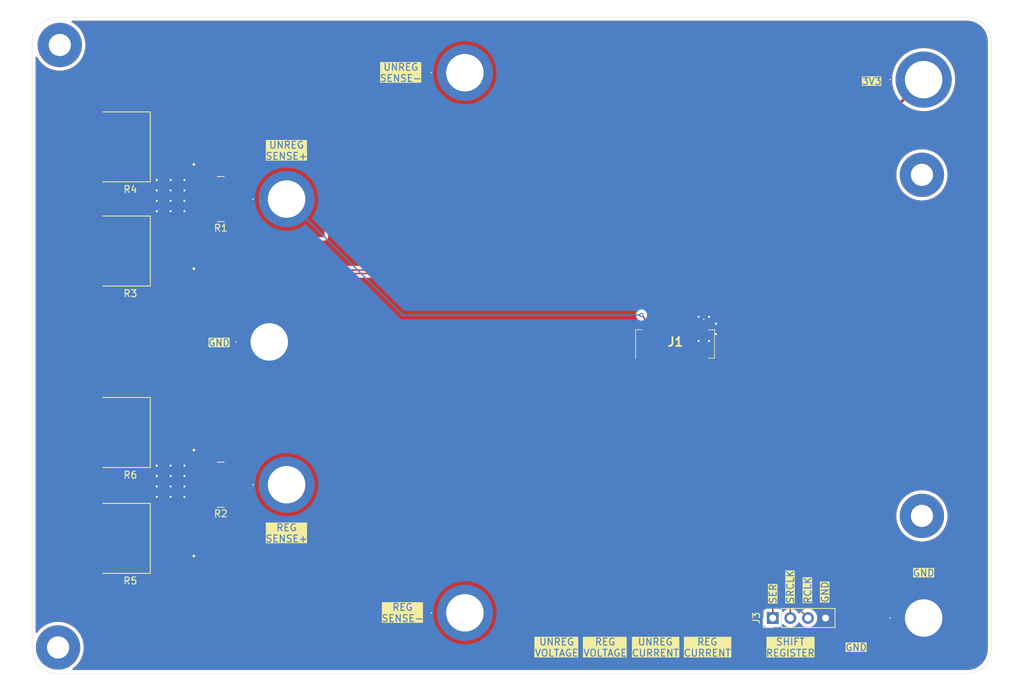
<source format=kicad_pcb>
(kicad_pcb (version 20241229) (generator "pcbnew") (generator_version "9.0")
  (layers (0 "F.Cu" signal) (2 "B.Cu" signal) (13 "F.Paste" user) (15 "B.Paste" user) (5 "F.SilkS" user "F.Silkscreen") (7 "B.SilkS" user "B.Silkscreen") (1 "F.Mask" user) (3 "B.Mask" user) (25 "Edge.Cuts" user))
  (net 0 "")
  (net 2 "/UNREG_VOLTAGE")
  (net 3 "/UNREG_SENSE-")
  (net 5 "/SRCLK")
  (net 8 "+3.3V")
  (net 9 "/REG_VOLTAGE")
  (net 10 "/SER")
  (net 11 "/UNREG_SENSE+")
  (net 12 "GND")
  (net 14 "/REG_CURRENT")
  (net 17 "/REG_SENSE+")
  (net 18 "/RCLK")
  (net 19 "/UNREG_CURRENT")
  (net 20 "/REG_SENSE-")
  (net 21 "/THERMAL_PAD")
  (footprint "Resistor_SMD:R_1225_3264Metric_Pad1.47x6.45mm_HandSolder" (layer "F.Cu") (at 53.25 62.75 180)
    (property "Reference" "R1" (at 0 -4.18 0) (layer "F.SilkS"))
    (property "Value" "250u")
    (fp_line (start -0.502064 3.26) (end 0.502064 3.26) (stroke (width 0.12)) (layer "F.SilkS"))
    (fp_line (start -0.502064 -3.26) (end 0.502064 -3.26) (stroke (width 0.12)) (layer "F.SilkS"))
    (pad "1" smd roundrect (at -1.4125 0 180) (size 1.475 6.45) (layers "F.Cu" "F.Mask" "F.Paste") (roundrect_rratio 0.169492) (net 11 "/UNREG_SENSE+"))
    (pad "2" smd roundrect (at 1.4125 0 180) (size 1.475 6.45) (layers "F.Cu" "F.Mask" "F.Paste") (roundrect_rratio 0.169492) (net 3 "/UNREG_SENSE-"))
  )
  (footprint "Parts:RES_PWR263S-35-3300F" (layer "F.Cu") (at 40.365 96.46 180)
    (property "Reference" "R6" (at 0.175 -6.135 0) (layer "F.SilkS"))
    (property "Value" "20")
    (fp_line (start 4.16 5.05) (end -2.705 5.05) (stroke (width 0.127)) (layer "F.SilkS"))
    (fp_line (start -2.705 5.05) (end -2.705 -5.05) (stroke (width 0.127)) (layer "F.SilkS"))
    (fp_line (start -2.705 -5.05) (end 4.16 -5.05) (stroke (width 0.127)) (layer "F.SilkS"))
    (fp_circle (center -9 -2.54) (end -8.9 -2.54) (stroke (width 0.2)) (fill no) (layer "F.SilkS"))
    (pad "1" smd rect (at -6.385 -2.54 180) (size 4.23 2.4) (layers "F.Cu" "F.Mask" "F.Paste") (net 12 "GND"))
    (pad "2" smd rect (at -6.385 2.54 180) (size 4.23 2.4) (layers "F.Cu" "F.Mask" "F.Paste") (net 20 "/REG_SENSE-"))
    (pad "3" smd custom (at 3.24 0 180) (size 5 5) (layers "F.Cu") (net 21 "/THERMAL_PAD") (options (clearance outline) (anchor rect)) (primitives (gr_poly (pts (xy 5.26 -5.5) (xy 5.26 5.5) (xy 1.24 5.5) (xy 1.24 4) (xy -5.26 4) (xy -5.26 -4) (xy 1.24 -4) (xy 1.24 -5.5)) (width 0.01) (fill yes))))
  )
  (footprint "Parts:RES_PWR263S-35-3300F" (layer "F.Cu") (at 40.365 111.75 180)
    (property "Reference" "R5" (at 0.175 -6.135 0) (layer "F.SilkS"))
    (property "Value" "20")
    (fp_line (start 4.16 5.05) (end -2.705 5.05) (stroke (width 0.127)) (layer "F.SilkS"))
    (fp_line (start -2.705 5.05) (end -2.705 -5.05) (stroke (width 0.127)) (layer "F.SilkS"))
    (fp_line (start -2.705 -5.05) (end 4.16 -5.05) (stroke (width 0.127)) (layer "F.SilkS"))
    (fp_circle (center -9 -2.54) (end -8.9 -2.54) (stroke (width 0.2)) (fill no) (layer "F.SilkS"))
    (pad "1" smd rect (at -6.385 -2.54 180) (size 4.23 2.4) (layers "F.Cu" "F.Mask" "F.Paste") (net 12 "GND"))
    (pad "2" smd rect (at -6.385 2.54 180) (size 4.23 2.4) (layers "F.Cu" "F.Mask" "F.Paste") (net 20 "/REG_SENSE-"))
    (pad "3" smd custom (at 3.24 0 180) (size 5 5) (layers "F.Cu") (net 21 "/THERMAL_PAD") (options (clearance outline) (anchor rect)) (primitives (gr_poly (pts (xy 5.26 -5.5) (xy 5.26 5.5) (xy 1.24 5.5) (xy 1.24 4) (xy -5.26 4) (xy -5.26 -4) (xy 1.24 -4) (xy 1.24 -5.5)) (width 0.01) (fill yes))))
  )
  (footprint "Parts:5754" (layer "F.Cu") (at 154.75 123.25)
    (property "Reference" "J8" (at 0 0 0) (layer "F.SilkS") (effects (font (size 1.27 1.27) (thickness 0.254))))
    (property "Value" "GND" (hide yes))
    (fp_line (start -4.9 0) (end -4.9 0) (stroke (width 0.1)) (layer "F.SilkS"))
    (fp_line (start -4.8 0) (end -4.8 0) (stroke (width 0.1)) (layer "F.SilkS"))
    (fp_arc (start -4.9 0) (mid -4.85 -0.05) (end -4.8 0) (stroke (width 0.1)) (layer "F.SilkS"))
    (fp_arc (start -4.8 0) (mid -4.85 0.05) (end -4.9 0) (stroke (width 0.1)) (layer "F.SilkS"))
    (pad "1" thru_hole circle (at 0 0) (size 8.115 8.115) (drill 5.41) (layers "*.Cu" "*.Mask") (net 12 "GND"))
  )
  (footprint "UTSVT_Special:TestPoint_HEX_3mmID" (layer "F.Cu") (at 101.75 123.25)
    (property "Reference" "TP1")
    (property "Value" "UNREG_VOLTAGE")
    (pad "1" connect custom (at 0 0) (size 3 3) (layers "F.Cu" "F.Mask") (net 2 "/UNREG_VOLTAGE") (options (clearance outline) (anchor circle)) (primitives (gr_poly (pts (xy 0 -1.732051) (xy 1.5 -0.866025) (xy 1.5 0.866025) (xy 0 1.732051) (xy -1.5 0.866025) (xy -1.5 -0.866025)) (width 0) (fill yes))))
  )
  (footprint "UTSVT_Special:TestPoint_HEX_3mmID" (layer "F.Cu") (at 145 123.25)
    (property "Reference" "TP5")
    (property "Value" "GND")
    (pad "1" connect custom (at 0 0) (size 3 3) (layers "F.Cu" "F.Mask") (net 12 "GND") (options (clearance outline) (anchor circle)) (primitives (gr_poly (pts (xy 0 -1.732051) (xy 1.5 -0.866025) (xy 1.5 0.866025) (xy 0 1.732051) (xy -1.5 0.866025) (xy -1.5 -0.866025)) (width 0) (fill yes))))
  )
  (footprint "Resistor_SMD:R_1225_3264Metric_Pad1.47x6.45mm_HandSolder" (layer "F.Cu") (at 53.25 104 180)
    (property "Reference" "R2" (at 0 -4.18 0) (layer "F.SilkS"))
    (property "Value" "250u")
    (fp_line (start -0.502064 3.26) (end 0.502064 3.26) (stroke (width 0.12)) (layer "F.SilkS"))
    (fp_line (start -0.502064 -3.26) (end 0.502064 -3.26) (stroke (width 0.12)) (layer "F.SilkS"))
    (pad "1" smd roundrect (at -1.4125 0 180) (size 1.475 6.45) (layers "F.Cu" "F.Mask" "F.Paste") (roundrect_rratio 0.169492) (net 17 "/REG_SENSE+"))
    (pad "2" smd roundrect (at 1.4125 0 180) (size 1.475 6.45) (layers "F.Cu" "F.Mask" "F.Paste") (roundrect_rratio 0.169492) (net 20 "/REG_SENSE-"))
  )
  (footprint "Parts:5754" (layer "F.Cu") (at 88.5 122.5)
    (property "Reference" "J7" (at 0 0 0) (layer "F.SilkS") (effects (font (size 1.27 1.27) (thickness 0.254))))
    (property "Value" "REG-" (hide yes))
    (fp_line (start -4.9 0) (end -4.9 0) (stroke (width 0.1)) (layer "F.SilkS"))
    (fp_line (start -4.8 0) (end -4.8 0) (stroke (width 0.1)) (layer "F.SilkS"))
    (fp_arc (start -4.9 0) (mid -4.85 -0.05) (end -4.8 0) (stroke (width 0.1)) (layer "F.SilkS"))
    (fp_arc (start -4.8 0) (mid -4.85 0.05) (end -4.9 0) (stroke (width 0.1)) (layer "F.SilkS"))
    (pad "1" thru_hole circle (at 0 0) (size 8.115 8.115) (drill 5.41) (layers "*.Cu" "*.Mask") (net 20 "/REG_SENSE-"))
  )
  (footprint "Parts:RES_PWR263S-35-3300F" (layer "F.Cu") (at 40.365 70.25 180)
    (property "Reference" "R3" (at 0.175 -6.135 0) (layer "F.SilkS"))
    (property "Value" "20")
    (fp_line (start 4.16 5.05) (end -2.705 5.05) (stroke (width 0.127)) (layer "F.SilkS"))
    (fp_line (start -2.705 5.05) (end -2.705 -5.05) (stroke (width 0.127)) (layer "F.SilkS"))
    (fp_line (start -2.705 -5.05) (end 4.16 -5.05) (stroke (width 0.127)) (layer "F.SilkS"))
    (fp_circle (center -9 -2.54) (end -8.9 -2.54) (stroke (width 0.2)) (fill no) (layer "F.SilkS"))
    (pad "1" smd rect (at -6.385 -2.54 180) (size 4.23 2.4) (layers "F.Cu" "F.Mask" "F.Paste") (net 12 "GND"))
    (pad "2" smd rect (at -6.385 2.54 180) (size 4.23 2.4) (layers "F.Cu" "F.Mask" "F.Paste") (net 3 "/UNREG_SENSE-"))
    (pad "3" smd custom (at 3.24 0 180) (size 5 5) (layers "F.Cu") (net 21 "/THERMAL_PAD") (options (clearance outline) (anchor rect)) (primitives (gr_poly (pts (xy 5.26 -5.5) (xy 5.26 5.5) (xy 1.24 5.5) (xy 1.24 4) (xy -5.26 4) (xy -5.26 -4) (xy 1.24 -4) (xy 1.24 -5.5)) (width 0.01) (fill yes))))
  )
  (footprint "UTSVT_Special:TestPoint_HEX_3mmID" (layer "F.Cu") (at 123.75 123.25)
    (property "Reference" "TP4")
    (property "Value" "REG_CURRENT")
    (pad "1" connect custom (at 0 0) (size 3 3) (layers "F.Cu" "F.Mask") (net 14 "/REG_CURRENT") (options (clearance outline) (anchor circle)) (primitives (gr_poly (pts (xy 0 -1.732051) (xy 1.5 -0.866025) (xy 1.5 0.866025) (xy 0 1.732051) (xy -1.5 0.866025) (xy -1.5 -0.866025)) (width 0) (fill yes))))
  )
  (footprint "Parts:RES_PWR263S-35-3300F" (layer "F.Cu") (at 40.365 55.21 180)
    (property "Reference" "R4" (at 0.175 -6.135 0) (layer "F.SilkS"))
    (property "Value" "20")
    (fp_line (start 4.16 5.05) (end -2.705 5.05) (stroke (width 0.127)) (layer "F.SilkS"))
    (fp_line (start -2.705 5.05) (end -2.705 -5.05) (stroke (width 0.127)) (layer "F.SilkS"))
    (fp_line (start -2.705 -5.05) (end 4.16 -5.05) (stroke (width 0.127)) (layer "F.SilkS"))
    (fp_circle (center -9 -2.54) (end -8.9 -2.54) (stroke (width 0.2)) (fill no) (layer "F.SilkS"))
    (pad "1" smd rect (at -6.385 -2.54 180) (size 4.23 2.4) (layers "F.Cu" "F.Mask" "F.Paste") (net 12 "GND"))
    (pad "2" smd rect (at -6.385 2.54 180) (size 4.23 2.4) (layers "F.Cu" "F.Mask" "F.Paste") (net 3 "/UNREG_SENSE-"))
    (pad "3" smd custom (at 3.24 0 180) (size 5 5) (layers "F.Cu") (net 21 "/THERMAL_PAD") (options (clearance outline) (anchor rect)) (primitives (gr_poly (pts (xy 5.26 -5.5) (xy 5.26 5.5) (xy 1.24 5.5) (xy 1.24 4) (xy -5.26 4) (xy -5.26 -4) (xy 1.24 -4) (xy 1.24 -5.5)) (width 0.01) (fill yes))))
  )
  (footprint "Parts:5754" (layer "F.Cu") (at 88.5 44.5)
    (property "Reference" "J6" (at 0 0 0) (layer "F.SilkS") (effects (font (size 1.27 1.27) (thickness 0.254))))
    (property "Value" "UNREG-" (hide yes))
    (fp_line (start -4.9 0) (end -4.9 0) (stroke (width 0.1)) (layer "F.SilkS"))
    (fp_line (start -4.8 0) (end -4.8 0) (stroke (width 0.1)) (layer "F.SilkS"))
    (fp_arc (start -4.9 0) (mid -4.85 -0.05) (end -4.8 0) (stroke (width 0.1)) (layer "F.SilkS"))
    (fp_arc (start -4.8 0) (mid -4.85 0.05) (end -4.9 0) (stroke (width 0.1)) (layer "F.SilkS"))
    (pad "1" thru_hole circle (at 0 0) (size 8.115 8.115) (drill 5.41) (layers "*.Cu" "*.Mask") (net 3 "/UNREG_SENSE-"))
  )
  (footprint "UTSVT_Special:TestPoint_HEX_3mmID" (layer "F.Cu") (at 108.75 123.25)
    (property "Reference" "TP2")
    (property "Value" "REG_VOLTAGE")
    (pad "1" connect custom (at 0 0) (size 3 3) (layers "F.Cu" "F.Mask") (net 9 "/REG_VOLTAGE") (options (clearance outline) (anchor circle)) (primitives (gr_poly (pts (xy 0 -1.732051) (xy 1.5 -0.866025) (xy 1.5 0.866025) (xy 0 1.732051) (xy -1.5 0.866025) (xy -1.5 -0.866025)) (width 0) (fill yes))))
  )
  (footprint "MountingHole:MountingHole_3.2mm_M3_Pad" (layer "F.Cu") (at 154.5 59.25)
    (property "Reference" "H2" (hide yes))
    (property "Value" "MountingHole_Pad_MP")
    (pad "1" thru_hole circle (at 0 0) (size 6.4 6.4) (drill 3.2) (layers "*.Cu" "*.Mask"))
  )
  (footprint "Parts:5754" (layer "F.Cu") (at 154.75 45.5)
    (property "Reference" "J9" (at 0 0 0) (layer "F.SilkS") (effects (font (size 1.27 1.27) (thickness 0.254))))
    (property "Value" "3V3" (hide yes))
    (fp_line (start -4.9 0) (end -4.9 0) (stroke (width 0.1)) (layer "F.SilkS"))
    (fp_line (start -4.8 0) (end -4.8 0) (stroke (width 0.1)) (layer "F.SilkS"))
    (fp_arc (start -4.9 0) (mid -4.85 -0.05) (end -4.8 0) (stroke (width 0.1)) (layer "F.SilkS"))
    (fp_arc (start -4.8 0) (mid -4.85 0.05) (end -4.9 0) (stroke (width 0.1)) (layer "F.SilkS"))
    (pad "1" thru_hole circle (at 0 0) (size 8.115 8.115) (drill 5.41) (layers "*.Cu" "*.Mask") (net 8 "+3.3V"))
  )
  (footprint "Parts:5754" (layer "F.Cu") (at 60.25 83.375)
    (property "Reference" "J5" (at 0 0 0) (layer "F.SilkS") (effects (font (size 1.27 1.27) (thickness 0.254))))
    (property "Value" "GND" (hide yes))
    (fp_line (start -4.9 0) (end -4.9 0) (stroke (width 0.1)) (layer "F.SilkS"))
    (fp_line (start -4.8 0) (end -4.8 0) (stroke (width 0.1)) (layer "F.SilkS"))
    (fp_arc (start -4.9 0) (mid -4.85 -0.05) (end -4.8 0) (stroke (width 0.1)) (layer "F.SilkS"))
    (fp_arc (start -4.8 0) (mid -4.85 0.05) (end -4.9 0) (stroke (width 0.1)) (layer "F.SilkS"))
    (pad "1" thru_hole circle (at 0 0) (size 8.115 8.115) (drill 5.41) (layers "*.Cu" "*.Mask") (net 12 "GND"))
  )
  (footprint "UTSVT_Connectors:533072471" (layer "F.Cu") (at 118.9 83.575)
    (property "Reference" "J1" (at 0 -0.2 0) (layer "F.SilkS") (effects (font (size 1.27 1.27) (thickness 0.254))))
    (property "Value" "53307-2471" (hide yes))
    (fp_line (start -5.75 -1.95) (end -5.75 2.25) (stroke (width 0.1)) (layer "F.SilkS"))
    (fp_line (start -4.85 -1.95) (end -5.75 -1.95) (stroke (width 0.1)) (layer "F.SilkS"))
    (fp_line (start 4.05 -3.5) (end 4.05 -3.5) (stroke (width 0.1)) (layer "F.SilkS"))
    (fp_line (start 4.15 -3.5) (end 4.15 -3.5) (stroke (width 0.1)) (layer "F.SilkS"))
    (fp_line (start 4.75 -1.95) (end 5.75 -1.95) (stroke (width 0.1)) (layer "F.SilkS"))
    (fp_line (start 5.65 -1.9) (end 5.65 2.15) (stroke (width 0.1)) (layer "F.SilkS"))
    (fp_line (start 5.65 2.15) (end 4.75 2.15) (stroke (width 0.1)) (layer "F.SilkS"))
    (fp_arc (start 4.05 -3.5) (mid 4.1 -3.55) (end 4.15 -3.5) (stroke (width 0.1)) (layer "F.SilkS"))
    (fp_arc (start 4.15 -3.5) (mid 4.1 -3.45) (end 4.05 -3.5) (stroke (width 0.1)) (layer "F.SilkS"))
    (pad "1" smd rect (at 4.35 -2.05) (size 0.55 1.8) (layers "F.Cu" "F.Mask" "F.Paste") (net 12 "GND"))
    (pad "2" smd rect (at 4.35 2.25) (size 0.55 1.8) (layers "F.Cu" "F.Mask" "F.Paste") (net 18 "/RCLK"))
    (pad "3" smd rect (at 3.55 -2.05) (size 0.55 1.8) (layers "F.Cu" "F.Mask" "F.Paste") (net 12 "GND"))
    (pad "4" smd rect (at 3.55 2.25) (size 0.55 1.8) (layers "F.Cu" "F.Mask" "F.Paste") (net 5 "/SRCLK"))
    (pad "5" smd rect (at 2.75 -2.05) (size 0.55 1.8) (layers "F.Cu" "F.Mask" "F.Paste") (net 12 "GND"))
    (pad "6" smd rect (at 2.75 2.25) (size 0.55 1.8) (layers "F.Cu" "F.Mask" "F.Paste"))
    (pad "7" smd rect (at 1.95 -2.05) (size 0.55 1.8) (layers "F.Cu" "F.Mask" "F.Paste") (net 8 "+3.3V"))
    (pad "8" smd rect (at 1.95 2.25) (size 0.55 1.8) (layers "F.Cu" "F.Mask" "F.Paste") (net 10 "/SER"))
    (pad "9" smd rect (at 1.15 -2.05) (size 0.55 1.8) (layers "F.Cu" "F.Mask" "F.Paste") (net 8 "+3.3V"))
    (pad "10" smd rect (at 1.15 2.25) (size 0.55 1.8) (layers "F.Cu" "F.Mask" "F.Paste"))
    (pad "11" smd rect (at 0.35 -2.05) (size 0.55 1.8) (layers "F.Cu" "F.Mask" "F.Paste") (net 17 "/REG_SENSE+"))
    (pad "12" smd rect (at 0.35 2.25) (size 0.55 1.8) (layers "F.Cu" "F.Mask" "F.Paste") (net 14 "/REG_CURRENT"))
    (pad "13" smd rect (at -0.45 -2.05) (size 0.55 1.8) (layers "F.Cu" "F.Mask" "F.Paste") (net 20 "/REG_SENSE-"))
    (pad "14" smd rect (at -0.45 2.25) (size 0.55 1.8) (layers "F.Cu" "F.Mask" "F.Paste"))
    (pad "15" smd rect (at -1.25 -2.05) (size 0.55 1.8) (layers "F.Cu" "F.Mask" "F.Paste"))
    (pad "16" smd rect (at -1.25 2.25) (size 0.55 1.8) (layers "F.Cu" "F.Mask" "F.Paste") (net 19 "/UNREG_CURRENT"))
    (pad "17" smd rect (at -2.05 -2.05) (size 0.55 1.8) (layers "F.Cu" "F.Mask" "F.Paste") (net 11 "/UNREG_SENSE+"))
    (pad "18" smd rect (at -2.05 2.25) (size 0.55 1.8) (layers "F.Cu" "F.Mask" "F.Paste"))
    (pad "19" smd rect (at -2.85 -2.05) (size 0.55 1.8) (layers "F.Cu" "F.Mask" "F.Paste") (net 3 "/UNREG_SENSE-"))
    (pad "20" smd rect (at -2.85 2.25) (size 0.55 1.8) (layers "F.Cu" "F.Mask" "F.Paste") (net 9 "/REG_VOLTAGE"))
    (pad "21" smd rect (at -3.65 -2.05) (size 0.55 1.8) (layers "F.Cu" "F.Mask" "F.Paste"))
    (pad "22" smd rect (at -3.65 2.25) (size 0.55 1.8) (layers "F.Cu" "F.Mask" "F.Paste"))
    (pad "23" smd rect (at -4.45 -2.05) (size 0.55 1.8) (layers "F.Cu" "F.Mask" "F.Paste") (net 11 "/UNREG_SENSE+"))
    (pad "24" smd rect (at -4.45 2.25) (size 0.55 1.8) (layers "F.Cu" "F.Mask" "F.Paste") (net 2 "/UNREG_VOLTAGE"))
  )
  (footprint "MountingHole:MountingHole_3.2mm_M3_Pad" (layer "F.Cu") (at 29.75 127.5)
    (property "Reference" "H3" (hide yes))
    (property "Value" "MountingHole_Pad_MP")
    (pad "1" thru_hole circle (at 0 0) (size 6.4 6.4) (drill 3.2) (layers "*.Cu" "*.Mask"))
  )
  (footprint "Parts:5754" (layer "F.Cu") (at 62.75 104)
    (property "Reference" "J4" (at 0 0 0) (layer "F.SilkS") (effects (font (size 1.27 1.27) (thickness 0.254))))
    (property "Value" "REG+" (hide yes))
    (fp_line (start -4.9 0) (end -4.9 0) (stroke (width 0.1)) (layer "F.SilkS"))
    (fp_line (start -4.8 0) (end -4.8 0) (stroke (width 0.1)) (layer "F.SilkS"))
    (fp_arc (start -4.9 0) (mid -4.85 -0.05) (end -4.8 0) (stroke (width 0.1)) (layer "F.SilkS"))
    (fp_arc (start -4.8 0) (mid -4.85 0.05) (end -4.9 0) (stroke (width 0.1)) (layer "F.SilkS"))
    (pad "1" thru_hole circle (at 0 0) (size 8.115 8.115) (drill 5.41) (layers "*.Cu" "*.Mask") (net 17 "/REG_SENSE+"))
  )
  (footprint "UTSVT_Special:TestPoint_HEX_3mmID" (layer "F.Cu") (at 116.25 123.25)
    (property "Reference" "TP3")
    (property "Value" "UNREG_CURRENT")
    (pad "1" connect custom (at 0 0) (size 3 3) (layers "F.Cu" "F.Mask") (net 19 "/UNREG_CURRENT") (options (clearance outline) (anchor circle)) (primitives (gr_poly (pts (xy 0 -1.732051) (xy 1.5 -0.866025) (xy 1.5 0.866025) (xy 0 1.732051) (xy -1.5 0.866025) (xy -1.5 -0.866025)) (width 0) (fill yes))))
  )
  (footprint "MountingHole:MountingHole_3.2mm_M3_Pad" (layer "F.Cu") (at 154.5 108.5)
    (property "Reference" "H4" (hide yes))
    (property "Value" "MountingHole_Pad_MP")
    (pad "1" thru_hole circle (at 0 0) (size 6.4 6.4) (drill 3.2) (layers "*.Cu" "*.Mask"))
  )
  (footprint "Parts:5754" (layer "F.Cu") (at 62.75 62.75)
    (property "Reference" "J2" (at 0 0 0) (layer "F.SilkS") (effects (font (size 1.27 1.27) (thickness 0.254))))
    (property "Value" "UNREG+" (hide yes))
    (fp_line (start -4.9 0) (end -4.9 0) (stroke (width 0.1)) (layer "F.SilkS"))
    (fp_line (start -4.8 0) (end -4.8 0) (stroke (width 0.1)) (layer "F.SilkS"))
    (fp_arc (start -4.9 0) (mid -4.85 -0.05) (end -4.8 0) (stroke (width 0.1)) (layer "F.SilkS"))
    (fp_arc (start -4.8 0) (mid -4.85 0.05) (end -4.9 0) (stroke (width 0.1)) (layer "F.SilkS"))
    (pad "1" thru_hole circle (at 0 0) (size 8.115 8.115) (drill 5.41) (layers "*.Cu" "*.Mask") (net 11 "/UNREG_SENSE+"))
  )
  (footprint "Connector_PinHeader_2.54mm:PinHeader_1x04_P2.54mm_Vertical" (layer "F.Cu") (at 132.96 123.25 90)
    (property "Reference" "J3" (at 0 -2.38 90) (layer "F.SilkS"))
    (property "Value" "SHIFT_REG")
    (fp_line (start -1.38 -1.38) (end 0 -1.38) (stroke (width 0.12)) (layer "F.SilkS"))
    (fp_line (start -1.38 0) (end -1.38 -1.38) (stroke (width 0.12)) (layer "F.SilkS"))
    (fp_line (start 1.38 1.27) (end 1.38 9) (stroke (width 0.12)) (layer "F.SilkS"))
    (fp_line (start -1.38 1.27) (end 1.38 1.27) (stroke (width 0.12)) (layer "F.SilkS"))
    (fp_line (start -1.38 1.27) (end -1.38 9) (stroke (width 0.12)) (layer "F.SilkS"))
    (fp_line (start -1.38 9) (end 1.38 9) (stroke (width 0.12)) (layer "F.SilkS"))
    (pad "1" thru_hole rect (at 0 0 90) (size 1.7 1.7) (drill 1) (layers "*.Cu" "*.Mask") (net 10 "/SER"))
    (pad "2" thru_hole circle (at 0 2.54 90) (size 1.7 1.7) (drill 1) (layers "*.Cu" "*.Mask") (net 5 "/SRCLK"))
    (pad "3" thru_hole circle (at 0 5.08 90) (size 1.7 1.7) (drill 1) (layers "*.Cu" "*.Mask") (net 18 "/RCLK"))
    (pad "4" thru_hole circle (at 0 7.62 90) (size 1.7 1.7) (drill 1) (layers "*.Cu" "*.Mask") (net 12 "GND"))
  )
  (footprint "MountingHole:MountingHole_3.2mm_M3_Pad" (layer "F.Cu") (at 30 40.5)
    (property "Reference" "H1" (hide yes))
    (property "Value" "MountingHole_Pad_MP")
    (pad "1" thru_hole circle (at 0 0) (size 6.4 6.4) (drill 3.2) (layers "*.Cu" "*.Mask"))
  )
  (gr_arc (start 161 36.5) (mid 163.474874 37.525126) (end 164.5 40) (stroke (width 0.05)) (layer "Edge.Cuts"))
  (gr_arc (start 26 40) (mid 27.025126 37.525126) (end 29.5 36.5) (stroke (width 0.05)) (layer "Edge.Cuts"))
  (gr_line (start 26 127.75) (end 26 40) (stroke (width 0.05)) (layer "Edge.Cuts"))
  (gr_line (start 164.5 40) (end 164.5 127.75) (stroke (width 0.05)) (layer "Edge.Cuts"))
  (gr_arc (start 29.5 131.25) (mid 27.025126 130.224874) (end 26 127.75) (stroke (width 0.05)) (layer "Edge.Cuts"))
  (gr_line (start 161 131.25) (end 29.5 131.25) (stroke (width 0.05)) (layer "Edge.Cuts"))
  (gr_arc (start 164.5 127.75) (mid 163.474874 130.224874) (end 161 131.25) (stroke (width 0.05)) (layer "Edge.Cuts"))
  (gr_line (start 29.5 36.5) (end 161 36.5) (stroke (width 0.05)) (layer "Edge.Cuts"))
  (gr_text "REG\nVOLTAGE" (at 108.75 127.5 0) (layer "F.SilkS" knockout) (effects (font (size 1 1))))
  (gr_text "GND" (at 53 83.5 0) (layer "F.SilkS" knockout) (effects (font (size 1 1))))
  (gr_text "UNREG\nVOLTAGE" (at 101.75 127.5 0) (layer "F.SilkS" knockout) (effects (font (size 1 1))))
  (gr_text "UNREG\nCURRENT" (at 116 127.5 0) (layer "F.SilkS" knockout) (effects (font (size 1 1))))
  (gr_text "SHIFT\nREGISTER" (at 135.5 127.5 0) (layer "F.SilkS" knockout) (effects (font (size 1 1))))
  (gr_text "REG\nSENSE+" (at 62.75 111 0) (layer "F.SilkS" knockout) (effects (font (size 1 1))))
  (gr_text "UNREG\nSENSE-" (at 79.25 44.5 0) (layer "F.SilkS" knockout) (effects (font (size 1 1))))
  (gr_text "SER" (at 133 119.75 90) (layer "F.SilkS" knockout) (effects (font (size 1 1))))
  (gr_text "3V3" (at 147.25 45.75 0) (layer "F.SilkS" knockout) (effects (font (size 1 1))))
  (gr_text "GND" (at 140.5 119.5 90) (layer "F.SilkS" knockout) (effects (font (size 1 1))))
  (gr_text "UNREG\nSENSE+" (at 62.75 55.75 0) (layer "F.SilkS" knockout) (effects (font (size 1 1))))
  (gr_text "REG\nSENSE-" (at 79.5 122.5 0) (layer "F.SilkS" knockout) (effects (font (size 1 1))))
  (gr_text "GND" (at 154.75 116.75 0) (layer "F.SilkS" knockout) (effects (font (size 1 1))))
  (gr_text "RCLK" (at 138 119.25 90) (layer "F.SilkS" knockout) (effects (font (size 1 1))))
  (gr_text "GND" (at 145 127.5 0) (layer "F.SilkS" knockout) (effects (font (size 1 1))))
  (gr_text "SRCLK" (at 135.5 118.75 90) (layer "F.SilkS" knockout) (effects (font (size 1 1))))
  (gr_text "REG\nCURRENT" (at 123.5 127.5 0) (layer "F.SilkS" knockout) (effects (font (size 1 1))))
  (segment (start 114.45 85.825) (end 114.45 113.55) (width 0.2) (layer "F.Cu") (net 2))
  (segment (start 104.75 123.25) (end 101.75 123.25) (width 0.2) (layer "F.Cu") (net 2))
  (segment (start 114.45 113.55) (end 104.75 123.25) (width 0.2) (layer "F.Cu") (net 2))
  (segment (start 116.05 80.05) (end 116.05 81.525) (width 0.2) (layer "F.Cu") (net 3))
  (segment (start 52.75 62.75) (end 53 63) (width 0.2) (layer "F.Cu") (net 3))
  (segment (start 109.5 73.5) (end 116.05 80.05) (width 0.2) (layer "F.Cu") (net 3))
  (segment (start 53 69) (end 57.5 73.5) (width 0.2) (layer "F.Cu") (net 3))
  (segment (start 53 63) (end 53 69) (width 0.2) (layer "F.Cu") (net 3))
  (segment (start 57.5 73.5) (end 109.5 73.5) (width 0.2) (layer "F.Cu") (net 3))
  (segment (start 51.8375 62.75) (end 52.75 62.75) (width 0.2) (layer "F.Cu") (net 3))
  (segment (start 135.5 121.75) (end 122.45 108.7) (width 0.2) (layer "F.Cu") (net 5))
  (segment (start 122.45 108.7) (end 122.45 85.825) (width 0.2) (layer "F.Cu") (net 5))
  (segment (start 135.5 123.25) (end 135.5 121.75) (width 0.2) (layer "F.Cu") (net 5))
  (segment (start 120.85 81.525) (end 120.85 79.4) (width 0.4) (layer "F.Cu") (net 8))
  (segment (start 120.05 81.525) (end 120.85 81.525) (width 0.4) (layer "F.Cu") (net 8))
  (segment (start 120.85 79.4) (end 154.75 45.5) (width 0.4) (layer "F.Cu") (net 8))
  (segment (start 112 123.25) (end 108.75 123.25) (width 0.2) (layer "F.Cu") (net 9))
  (segment (start 116.05 119.2) (end 112 123.25) (width 0.2) (layer "F.Cu") (net 9))
  (segment (start 116.05 85.825) (end 116.05 119.2) (width 0.2) (layer "F.Cu") (net 9))
  (segment (start 132.96 123.25) (end 132.96 120.21) (width 0.2) (layer "F.Cu") (net 10))
  (segment (start 121.75 87.825) (end 120.85 86.925) (width 0.2) (layer "F.Cu") (net 10))
  (segment (start 121.75 109) (end 121.75 87.825) (width 0.2) (layer "F.Cu") (net 10))
  (segment (start 132.96 120.21) (end 121.75 109) (width 0.2) (layer "F.Cu") (net 10))
  (segment (start 120.85 86.925) (end 120.85 85.825) (width 0.2) (layer "F.Cu") (net 10))
  (segment (start 109.75 73) (end 116.85 80.1) (width 0.2) (layer "F.Cu") (net 11))
  (segment (start 53.5 63) (end 53.5 68.9329) (width 0.2) (layer "F.Cu") (net 11))
  (segment (start 114.45 79.95) (end 114.45 81.525) (width 0.2) (layer "F.Cu") (net 11))
  (segment (start 53.75 62.75) (end 53.5 63) (width 0.2) (layer "F.Cu") (net 11))
  (segment (start 116.85 80.1) (end 116.85 81.525) (width 0.2) (layer "F.Cu") (net 11))
  (segment (start 53.5 68.9329) (end 57.5671 73) (width 0.2) (layer "F.Cu") (net 11))
  (segment (start 114 79.5) (end 114.45 79.95) (width 0.2) (layer "F.Cu") (net 11))
  (segment (start 57.5671 73) (end 109.75 73) (width 0.2) (layer "F.Cu") (net 11))
  (segment (start 54.6625 62.75) (end 53.75 62.75) (width 0.2) (layer "F.Cu") (net 11))
  (via (at 114 79.5) (size 0.6) (drill 0.3) (layers "F.Cu" "B.Cu") (net 11))
  (segment (start 62.75 62.75) (end 79.5 79.5) (width 0.2) (layer "B.Cu") (net 11))
  (segment (start 79.5 79.5) (end 114 79.5) (width 0.2) (layer "B.Cu") (net 11))
  (via (at 48 104.25) (size 0.6) (drill 0.3) (layers "F.Cu" "B.Cu") (net 12))
  (via (at 44 101.25) (size 0.6) (drill 0.3) (layers "F.Cu" "B.Cu") (net 12))
  (via (at 44 61.5) (size 0.6) (drill 0.3) (layers "F.Cu" "B.Cu") (net 12))
  (via (at 46 105.75) (size 0.6) (drill 0.3) (layers "F.Cu" "B.Cu") (net 12))
  (via (at 122.25 79.75) (size 0.6) (drill 0.3) (layers "F.Cu" "B.Cu") (net 12))
  (via (at 48 60) (size 0.6) (drill 0.3) (layers "F.Cu" "B.Cu") (net 12))
  (via (at 44 105.75) (size 0.6) (drill 0.3) (layers "F.Cu" "B.Cu") (net 12))
  (via (at 46 104.25) (size 0.6) (drill 0.3) (layers "F.Cu" "B.Cu") (net 12))
  (via (at 124.75 80.75) (size 0.6) (drill 0.3) (layers "F.Cu" "B.Cu") (net 12))
  (via (at 44 104.25) (size 0.6) (drill 0.3) (layers "F.Cu" "B.Cu") (net 12))
  (via (at 44 64.5) (size 0.6) (drill 0.3) (layers "F.Cu" "B.Cu") (net 12))
  (via (at 124.75 82.25) (size 0.6) (drill 0.3) (layers "F.Cu" "B.Cu") (net 12))
  (via (at 123.75 83.25) (size 0.6) (drill 0.3) (layers "F.Cu" "B.Cu") (net 12))
  (via (at 46 102.75) (size 0.6) (drill 0.3) (layers "F.Cu" "B.Cu") (net 12))
  (via (at 48 64.5) (size 0.6) (drill 0.3) (layers "F.Cu" "B.Cu") (net 12))
  (via (at 48 63) (size 0.6) (drill 0.3) (layers "F.Cu" "B.Cu") (net 12))
  (via (at 46 101.25) (size 0.6) (drill 0.3) (layers "F.Cu" "B.Cu") (net 12))
  (via (at 46 61.5) (size 0.6) (drill 0.3) (layers "F.Cu" "B.Cu") (net 12))
  (via (at 123.75 79.75) (size 0.6) (drill 0.3) (layers "F.Cu" "B.Cu") (net 12))
  (via (at 48 102.75) (size 0.6) (drill 0.3) (layers "F.Cu" "B.Cu") (net 12))
  (via (at 46 60) (size 0.6) (drill 0.3) (layers "F.Cu" "B.Cu") (net 12))
  (via (at 44 63) (size 0.6) (drill 0.3) (layers "F.Cu" "B.Cu") (net 12))
  (via (at 48 101.25) (size 0.6) (drill 0.3) (layers "F.Cu" "B.Cu") (net 12))
  (via (at 44 60) (size 0.6) (drill 0.3) (layers "F.Cu" "B.Cu") (net 12))
  (via (at 46 63) (size 0.6) (drill 0.3) (layers "F.Cu" "B.Cu") (net 12))
  (via (at 44 102.75) (size 0.6) (drill 0.3) (layers "F.Cu" "B.Cu") (net 12))
  (via (at 46 64.5) (size 0.6) (drill 0.3) (layers "F.Cu" "B.Cu") (net 12))
  (via (at 122.25 83.25) (size 0.6) (drill 0.3) (layers "F.Cu" "B.Cu") (net 12))
  (via (at 48 61.5) (size 0.6) (drill 0.3) (layers "F.Cu" "B.Cu") (net 12))
  (via (at 48 105.75) (size 0.6) (drill 0.3) (layers "F.Cu" "B.Cu") (net 12))
  (segment (start 119.25 121.75) (end 120.75 123.25) (width 0.2) (layer "F.Cu") (net 14))
  (segment (start 120.75 123.25) (end 123.75 123.25) (width 0.2) (layer "F.Cu") (net 14))
  (segment (start 119.25 85.825) (end 119.25 121.75) (width 0.2) (layer "F.Cu") (net 14))
  (segment (start 54.6625 104) (end 53.75 104) (width 0.2) (layer "F.Cu") (net 17))
  (segment (start 53.5 100.25) (end 69.5 84.25) (width 0.2) (layer "F.Cu") (net 17))
  (segment (start 53.5 103.75) (end 53.5 100.25) (width 0.2) (layer "F.Cu") (net 17))
  (segment (start 69.5 84.25) (end 118.0671 84.25) (width 0.2) (layer "F.Cu") (net 17))
  (segment (start 119.25 83.0671) (end 119.25 81.525) (width 0.2) (layer "F.Cu") (net 17))
  (segment (start 53.75 104) (end 53.5 103.75) (width 0.2) (layer "F.Cu") (net 17))
  (segment (start 118.0671 84.25) (end 119.25 83.0671) (width 0.2) (layer "F.Cu") (net 17))
  (segment (start 123.25 108.46) (end 123.25 85.825) (width 0.2) (layer "F.Cu") (net 18))
  (segment (start 138.04 123.25) (end 123.25 108.46) (width 0.2) (layer "F.Cu") (net 18))
  (segment (start 117.65 85.825) (end 117.65 121.85) (width 0.2) (layer "F.Cu") (net 19))
  (segment (start 117.65 121.85) (end 116.25 123.25) (width 0.2) (layer "F.Cu") (net 19))
  (segment (start 69.25 83.75) (end 118 83.75) (width 0.2) (layer "F.Cu") (net 20))
  (segment (start 118 83.75) (end 118.45 83.3) (width 0.2) (layer "F.Cu") (net 20))
  (segment (start 52.75 104) (end 53 103.75) (width 0.2) (layer "F.Cu") (net 20))
  (segment (start 118.45 83.3) (end 118.45 81.525) (width 0.2) (layer "F.Cu") (net 20))
  (segment (start 53 100) (end 69.25 83.75) (width 0.2) (layer "F.Cu") (net 20))
  (segment (start 53 103.75) (end 53 100) (width 0.2) (layer "F.Cu") (net 20))
  (segment (start 51.8375 104) (end 52.75 104) (width 0.2) (layer "F.Cu") (net 20))
  (zone (net 17) (net_name "/REG_SENSE+") (layer "F.Cu") (priority 1) (connect_pads yes (clearance 0.2)) (min_thickness 0.25) (fill yes (thermal_gap 0.5) (thermal_bridge_width 0.5))
    (polygon (pts (xy 53.75 98.5) (xy 68.25 98.5) (xy 68.25 109.5) (xy 53.75 109.5)))
  )
  (zone (net 20) (net_name "/REG_SENSE-") (layer "F.Cu") (priority 5) (connect_pads yes (clearance 0.5)) (min_thickness 0.25) (fill yes (thermal_gap 0.5) (thermal_bridge_width 0.5))
    (polygon (pts (xy 93.75 127.75) (xy 49.25 127.75) (xy 49.25 110.75) (xy 49.25 110) (xy 52.75 110) (xy 52.75 117.25) (xy 83.25 117.25) (xy 93.75 117.25)))
  )
  (zone (net 11) (net_name "/UNREG_SENSE+") (layer "F.Cu") (priority 1) (connect_pads yes (clearance 0.2)) (min_thickness 0.25) (fill yes (thermal_gap 0.5) (thermal_bridge_width 0.5))
    (polygon (pts (xy 53.75 57.25) (xy 68.25 57.25) (xy 68.25 68.25) (xy 53.75 68.25)))
  )
  (zone (net 20) (net_name "/REG_SENSE-") (layer "F.Cu") (priority 2) (connect_pads yes (clearance 0.2)) (min_thickness 0.25) (fill yes (thermal_gap 0.5) (thermal_bridge_width 0.5))
    (polygon (pts (xy 52.75 92.25) (xy 44 92.25) (xy 44 95.5) (xy 49.25 95.5) (xy 49.25 107.25) (xy 44 107.25) (xy 44 110.75) (xy 52.75 110.75)))
  )
  (zone (net 3) (net_name "/UNREG_SENSE-") (layer "F.Cu") (priority 4) (connect_pads yes (clearance 0.5)) (min_thickness 0.25) (fill yes (thermal_gap 0.5) (thermal_bridge_width 0.5))
    (polygon (pts (xy 93.75 39.25) (xy 44 39.25) (xy 44 51.5) (xy 52.75 51.5) (xy 52.75 49.75) (xy 83.25 49.75) (xy 93.75 49.75)))
  )
  (zone (net 21) (net_name "/THERMAL_PAD") (layer "F.Cu") (priority 3) (connect_pads yes (clearance 0.2)) (min_thickness 0.25) (fill yes (thermal_gap 0.5) (thermal_bridge_width 0.5))
    (polygon (pts (xy 30.25 48) (xy 30.25 118.75) (xy 42.5 118.75) (xy 42.5 48)))
  )
  (zone (net 3) (net_name "/UNREG_SENSE-") (layer "F.Cu") (priority 2) (connect_pads yes (clearance 0.2)) (min_thickness 0.25) (fill yes (thermal_gap 0.5) (thermal_bridge_width 0.5))
    (polygon (pts (xy 52.75 51) (xy 44 51) (xy 44 54.25) (xy 49.25 54.25) (xy 49.25 66) (xy 44 66) (xy 44 69.5) (xy 52.75 69.5)))
  )
  (zone (net 12) (net_name "GND") (layers "F.Cu" "B.Cu") (connect_pads yes (clearance 0.5)) (min_thickness 0.25) (fill yes (thermal_gap 0.5) (thermal_bridge_width 0.5))
    (polygon (pts (xy 169.25 34) (xy 169.25 133.5) (xy 22.75 134.5) (xy 23.75 34)))
  )
)
</source>
